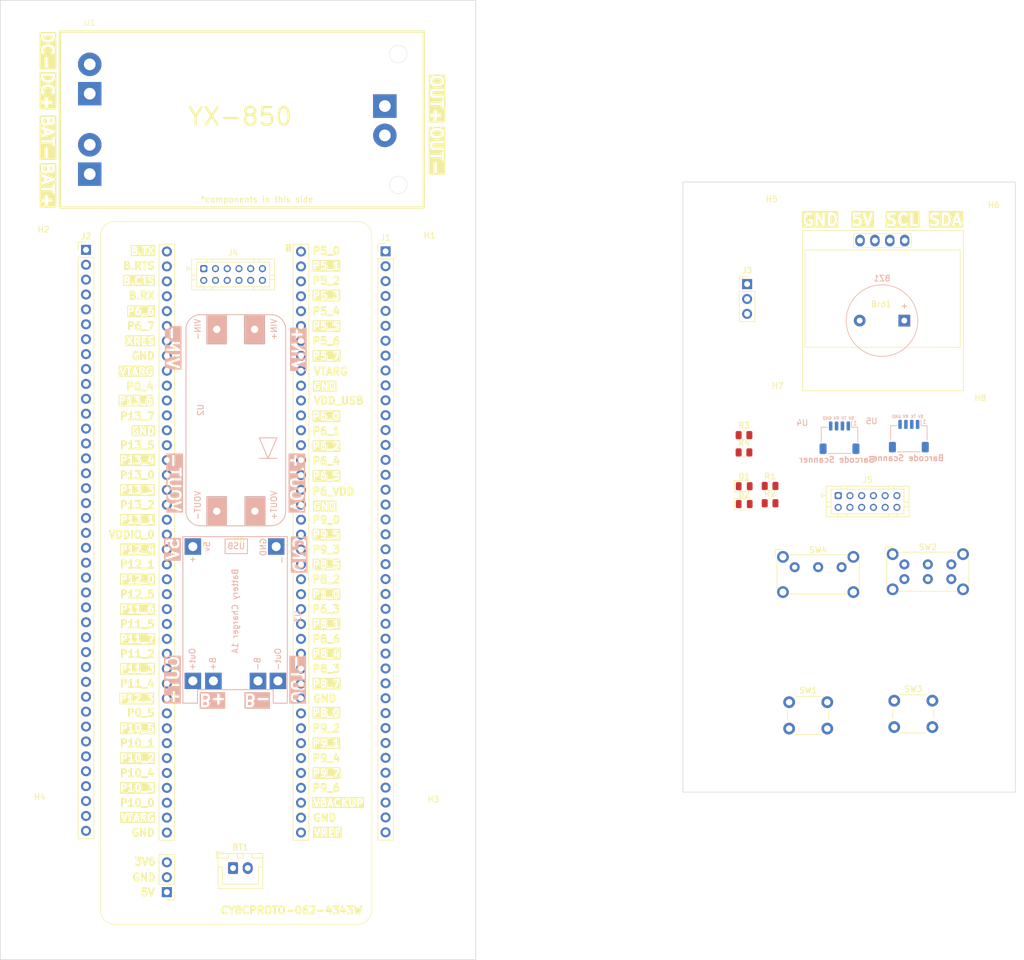
<source format=kicad_pcb>
(kicad_pcb (version 20221018) (generator pcbnew)
  (layers (0 "F.Cu" signal) (31 "B.Cu" signal) (34 "B.Paste" user) (35 "F.Paste" user) (36 "B.SilkS" user "B.Silkscreen") (37 "F.SilkS" user "F.Silkscreen") (38 "B.Mask" user) (39 "F.Mask" user) (44 "Edge.Cuts" user))
  (net 0 "")
  (net 1 "GND")
  (net 2 "+5V")
  (net 3 "P6_0")
  (net 4 "P6_1")
  (net 5 "/PCB1 : Subsistem Data Processing, Gateway, Power/Subsistem Power/BAT+")
  (net 6 "/PCB1 : Subsistem Data Processing, Gateway, Power/Subsistem Power/BAT-")
  (net 7 "P12_3")
  (net 8 "Net-(D1-K)")
  (net 9 "P9_2")
  (net 10 "Net-(D2-K)")
  (net 11 "P9_4")
  (net 12 "P5_0")
  (net 13 "P5_1")
  (net 14 "P5_2")
  (net 15 "P5_3")
  (net 16 "P5_4")
  (net 17 "P5_5")
  (net 18 "P5_6")
  (net 19 "P5_7")
  (net 20 "VTARG")
  (net 21 "VDD_USB")
  (net 22 "P6_2")
  (net 23 "P6_4")
  (net 24 "P6_5")
  (net 25 "P6_VDD")
  (net 26 "P9_0")
  (net 27 "P9_5")
  (net 28 "P9_3")
  (net 29 "P8_5")
  (net 30 "P8_2")
  (net 31 "P1_0")
  (net 32 "P6_3")
  (net 33 "P8_1")
  (net 34 "P8_6")
  (net 35 "P8_4")
  (net 36 "P8_3")
  (net 37 "P8_7")
  (net 38 "P8_0")
  (net 39 "P9_1")
  (net 40 "P9_7")
  (net 41 "P9_6")
  (net 42 "VBACKUP")
  (net 43 "VREF")
  (net 44 "B.TX")
  (net 45 "B.RTS")
  (net 46 "B.CTS")
  (net 47 "B.RX")
  (net 48 "P6_6")
  (net 49 "P6_7")
  (net 50 "XRES")
  (net 51 "P0_4")
  (net 52 "P13_6")
  (net 53 "P13_7")
  (net 54 "P13_5")
  (net 55 "P13_4")
  (net 56 "P13_0")
  (net 57 "P13_3")
  (net 58 "P13_2")
  (net 59 "P13_1")
  (net 60 "VDDIO_0")
  (net 61 "P12_4")
  (net 62 "P12_1")
  (net 63 "P12_0")
  (net 64 "P12_5")
  (net 65 "P11_6")
  (net 66 "P11_5")
  (net 67 "P11_7")
  (net 68 "P11_2")
  (net 69 "P11_3")
  (net 70 "P11_4")
  (net 71 "P0_5")
  (net 72 "P10_5")
  (net 73 "P10_1")
  (net 74 "P10_2")
  (net 75 "P10_4")
  (net 76 "P10_3")
  (net 77 "P10_0")
  (net 78 "/PCB1 : Subsistem Data Processing, Gateway, Power/POWER_BUTTON_OUT")
  (net 79 "+3V3")
  (net 82 "/PCB1 : Subsistem Data Processing, Gateway, Power/BAT_SW_OUT")
  (net 83 "/PCB1 : Subsistem Data Processing, Gateway, Power/BAT_SW_IN")
  (net 86 "/PCB1 : Subsistem Data Processing, Gateway, Power/POWER_RFID")
  (net 87 "/PCB1 : Subsistem Data Processing, Gateway, Power/POWER_BARCODE")
  (net 88 "/PCB1 : Subsistem Data Processing, Gateway, Power/Subsistem Power/MT3068_VOUT+")
  (net 89 "/PCB1 : Subsistem Data Processing, Gateway, Power/Subsistem Power/MT3068_VOUT-")
  (net 90 "/PCB1 : Subsistem Data Processing, Gateway, Power/Subsistem Power/MT3068_VIN-")
  (footprint "MountingHole:MountingHole_2.2mm_M2" (layer "F.Cu") (at 97.028 162.179)
    (fp_text reference "H3")
    (fp_text value "MountingHole")
  )
  (footprint "Connector_PinHeader_2.54mm:PinHeader_1x40_P2.54mm_Vertical" (layer "F.Cu") (at 37.846 65.278)
    (fp_text reference "J2")
    (fp_text value "Conn_01x40_Socket")
  )
  (footprint "MountingHole:MountingHole_2.2mm_M2" (layer "F.Cu") (at 96.393 66.04)
    (fp_text reference "H1")
    (fp_text value "MountingHole")
  )
  (footprint "Resistor_SMD:R_0805_2012Metric" (layer "F.Cu") (at 154.4185 108.487)
    (fp_text reference "R2")
    (fp_text value "R")
  )
  (footprint "Button_Switch_THT:SW_E-Switch_EG1224_SPDT_Angled" (layer "F.Cu") (at 158.6125 119.3815)
    (fp_text reference "SW4")
    (fp_text value "SW_SPDT")
  )
  (footprint "Button_Switch_THT:SW_PUSH_6mm_H9.5mm" (layer "F.Cu") (at 157.669 142.403)
    (fp_text reference "SW1")
    (fp_text value "SW_Push_Open")
  )
  (footprint "Resistor_SMD:R_0805_2012Metric" (layer "F.Cu") (at 149.9735 96.872)
    (fp_text reference "R3")
    (fp_text value "R")
  )
  (footprint "WMS_components:YX850" (layer "F.Cu") (at 33.147 43.053)
    (fp_text reference "U1")
    (fp_text value "~")
    (fp_circle (center 57.912 -11.152) (end 59.412 -11.152) (stroke (width 0.05)) (fill none) (layer "Edge.Cuts"))
    (fp_circle (center 57.912 11.152) (end 59.412 11.152) (stroke (width 0.05)) (fill none) (layer "Edge.Cuts"))
  )
  (footprint "Button_Switch_THT:SW_E-Switch_EG2219_DPDT_Angled" (layer "F.Cu") (at 177.303 118.912)
    (fp_text reference "SW2")
    (fp_text value "SW_Push_DPDT")
  )
  (footprint "MountingHole:MountingHole_2.2mm_M2" (layer "F.Cu") (at 190.256 93.726)
    (fp_text reference "H8")
    (fp_text value "MountingHole")
  )
  (footprint "Resistor_SMD:R_0805_2012Metric" (layer "F.Cu") (at 149.9735 99.822)
    (fp_text reference "R4")
    (fp_text value "R")
  )
  (footprint "MountingHole:MountingHole_2.2mm_M2" (layer "F.Cu") (at 155.712 91.694)
    (fp_text reference "H7")
    (fp_text value "MountingHole")
  )
  (footprint "Connector_JST:JST_XH_B2B-XH-A_1x02_P2.50mm_Vertical" (layer "F.Cu") (at 62.905 170.688)
    (fp_text reference "BT1")
    (fp_text value "Battery")
  )
  (footprint "Connector_PinHeader_2.54mm:PinHeader_1x03_P2.54mm_Vertical" (layer "F.Cu") (at 150.505 71.12)
    (fp_text reference "J3")
    (fp_text value "Conn_01x03_Socket")
  )
  (footprint "Connector_PinHeader_2.54mm:PinHeader_1x40_P2.54mm_Vertical" (layer "F.Cu") (at 88.9 65.532)
    (fp_text reference "J1")
    (fp_text value "Conn_01x40_Socket")
  )
  (footprint "Button_Switch_THT:SW_PUSH_6mm_H9.5mm" (layer "F.Cu") (at 175.576 142.149)
    (fp_text reference "SW3")
    (fp_text value "SW_Push_Open")
  )
  (footprint "MountingHole:MountingHole_2.2mm_M2" (layer "F.Cu") (at 30.607 65.024)
    (fp_text reference "H2")
    (fp_text value "MountingHole")
  )
  (footprint "WMS_components:CY8CPROTO-062-4343W" (layer "F.Cu") (at 63.943 115.125)
    (fp_text reference "U6")
    (fp_text value "~")
  )
  (footprint "Connector_JST:JST_PHD_B12B-PHDSS_2x06_P2.00mm_Vertical" (layer "F.Cu") (at 57.913 68.485)
    (fp_text reference "J4")
    (fp_text value "Conn_02x06_Odd_Even")
  )
  (footprint "Connector_JST:JST_PHD_B12B-PHDSS_2x06_P2.00mm_Vertical" (layer "F.Cu") (at 166.031 107.188)
    (fp_text reference "J5")
    (fp_text value "Conn_02x06_Odd_Even")
  )
  (footprint "LED_SMD:LED_0805_2012Metric" (layer "F.Cu") (at 150.0085 105.582)
    (fp_text reference "D1")
    (fp_text value "LED")
  )
  (footprint "MountingHole:MountingHole_2.2mm_M2" (layer "F.Cu") (at 154.696 59.817)
    (fp_text reference "H5")
    (fp_text value "MountingHole")
  )
  (footprint "MountingHole:MountingHole_2.2mm_M2" (layer "F.Cu") (at 29.972 161.798)
    (fp_text reference "H4")
    (fp_text value "MountingHole")
  )
  (footprint "Resistor_SMD:R_0805_2012Metric" (layer "F.Cu") (at 154.4185 105.537)
    (fp_text reference "R1")
    (fp_text value "R")
  )
  (footprint "MountingHole:MountingHole_2.2mm_M2" (layer "F.Cu") (at 192.542 60.833)
    (fp_text reference "H6")
    (fp_text value "MountingHole")
  )
  (footprint "LED_SMD:LED_0805_2012Metric" (layer "F.Cu") (at 150.0085 108.622)
    (fp_text reference "D2")
    (fp_text value "LED")
  )
  (footprint "WMS_components:128x64OLED" (layer "F.Cu") (at 173.365 74.295)
    (fp_text reference "Brd1")
    (fp_text value "SSD1306")
  )
  (footprint "Buzzer_Beeper:Buzzer_12x9.5RM7.6" (layer "B.Cu") (at 177.292 77.343 180)
    (fp_text reference "BZ1")
    (fp_text value "Buzzer")
  )
  (footprint "WMS_components:GM67_Barcode_Scanner" (layer "B.Cu") (at 166.247 97.312 180)
    (fp_text reference "U4")
    (fp_text value "~")
  )
  (footprint "WMS_components:MT3608_module" (layer "B.Cu") (at 63.373 92.837 90)
    (fp_text reference "U2")
    (fp_text value "~")
  )
  (footprint "WMS_components:TP4056-18650" (layer "B.Cu") (at 54.356 114.173 -90)
    (fp_text reference "U3")
    (fp_text value "~")
  )
  (footprint "WMS_components:GM67_Barcode_Scanner" (layer "B.Cu") (at 178.064 97.039 180)
    (fp_text reference "U5")
    (fp_text value "~")
  )
  (gr_rect (start 23.241 22.733) (end 104.267 186.309) (stroke (width 0.1)) (fill none) (layer "Edge.Cuts"))
  (gr_rect (start 139.573 53.721) (end 196.215 157.734) (stroke (width 0.1)) (fill none) (layer "Edge.Cuts"))
)
</source>
